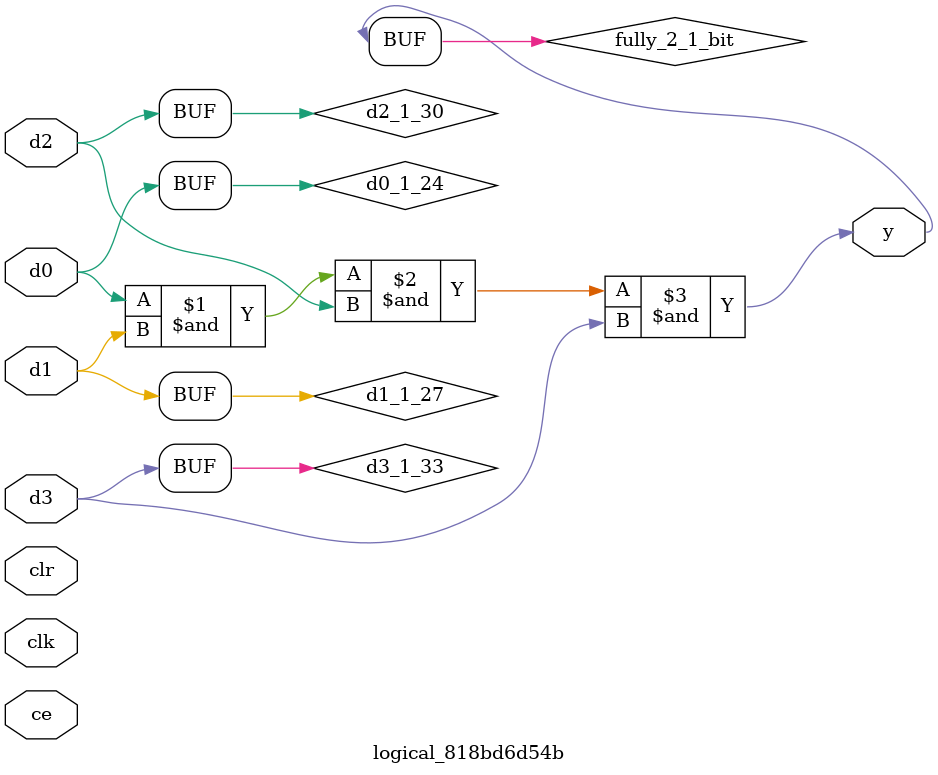
<source format=v>
module logical_818bd6d54b (
  input [(1 - 1):0] d0,
  input [(1 - 1):0] d1,
  input [(1 - 1):0] d2,
  input [(1 - 1):0] d3,
  output [(1 - 1):0] y,
  input clk,
  input ce,
  input clr);
  wire d0_1_24;
  wire d1_1_27;
  wire d2_1_30;
  wire d3_1_33;
  wire fully_2_1_bit;
  assign d0_1_24 = d0;
  assign d1_1_27 = d1;
  assign d2_1_30 = d2;
  assign d3_1_33 = d3;
  assign fully_2_1_bit = d0_1_24 & d1_1_27 & d2_1_30 & d3_1_33;
  assign y = fully_2_1_bit;
endmodule
</source>
